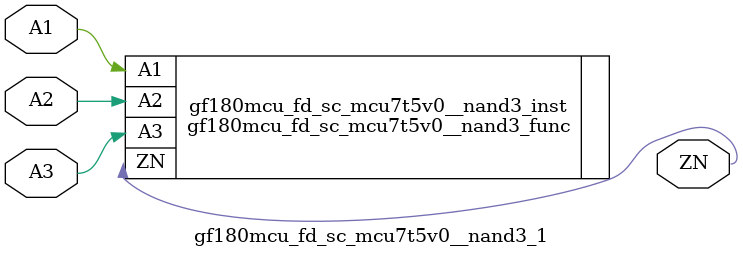
<source format=v>

`ifndef GF180MCU_FD_SC_MCU7T5V0__NAND3_1_V
`define GF180MCU_FD_SC_MCU7T5V0__NAND3_1_V

`include "gf180mcu_fd_sc_mcu7t5v0__nand3_func.v"

`ifdef USE_POWER_PINS
module gf180mcu_fd_sc_mcu7t5v0__nand3_1( A3, ZN, A2, A1, VDD, VSS );
inout VDD, VSS;
`else // If not USE_POWER_PINS
module gf180mcu_fd_sc_mcu7t5v0__nand3_1( A3, ZN, A2, A1 );
`endif // If not USE_POWER_PINS
input A1, A2, A3;
output ZN;

`ifdef USE_POWER_PINS
  gf180mcu_fd_sc_mcu7t5v0__nand3_func gf180mcu_fd_sc_mcu7t5v0__nand3_inst(.A3(A3),.ZN(ZN),.A2(A2),.A1(A1),.VDD(VDD),.VSS(VSS));
`else // If not USE_POWER_PINS
  gf180mcu_fd_sc_mcu7t5v0__nand3_func gf180mcu_fd_sc_mcu7t5v0__nand3_inst(.A3(A3),.ZN(ZN),.A2(A2),.A1(A1));
`endif // If not USE_POWER_PINS

`ifndef FUNCTIONAL
	// spec_gates_begin


	// spec_gates_end



   specify

	// specify_block_begin

	// comb arc A1 --> ZN
	 (A1 => ZN) = (1.0,1.0);

	// comb arc A2 --> ZN
	 (A2 => ZN) = (1.0,1.0);

	// comb arc A3 --> ZN
	 (A3 => ZN) = (1.0,1.0);

	// specify_block_end

   endspecify

   `endif

endmodule
`endif // GF180MCU_FD_SC_MCU7T5V0__NAND3_1_V

</source>
